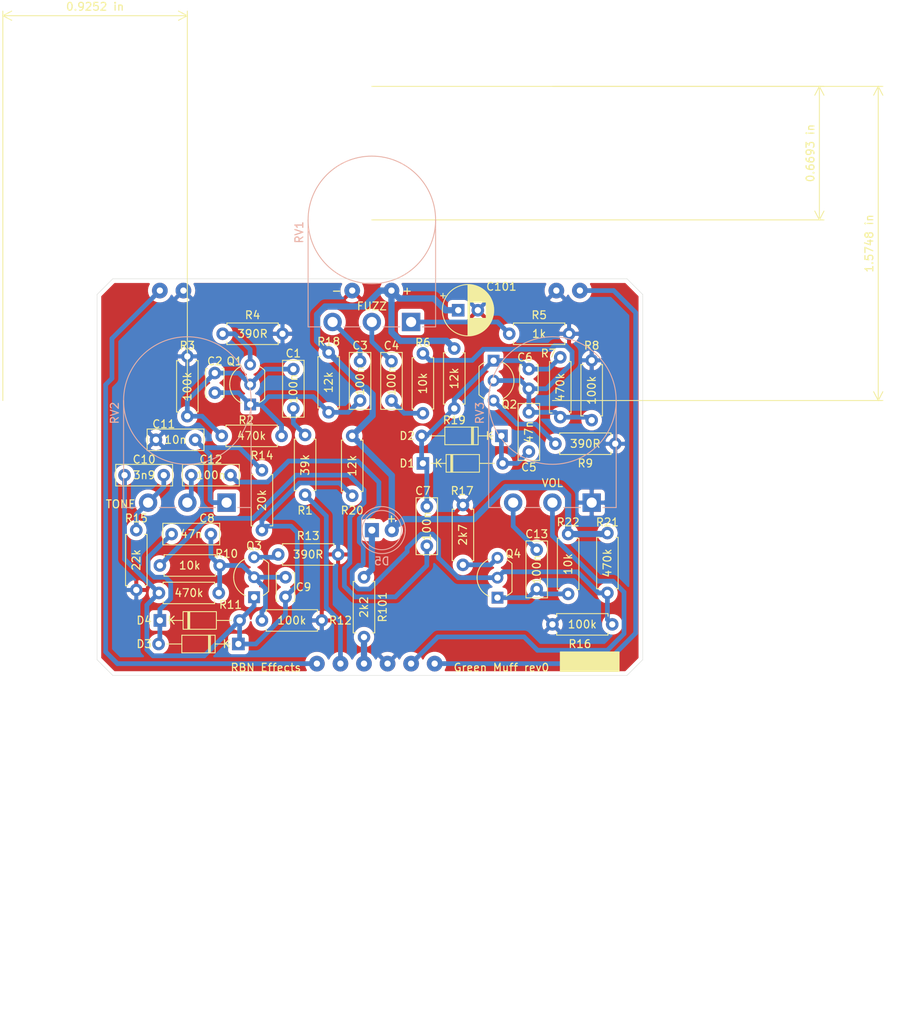
<source format=kicad_pcb>
(kicad_pcb (version 20171130) (host pcbnew "(5.1.5-0-10_14)")
  (layers (0 F.Cu signal hide) (31 B.Cu signal hide) (34 B.Paste user) (35 F.Paste user) (36 B.SilkS user) (37 F.SilkS user) (38 B.Mask user hide) (39 F.Mask user) (44 Edge.Cuts user))
  (net 0 "")
  (net 1 "Net-(C1-Pad2)")
  (net 2 "Net-(C1-Pad1)")
  (net 3 "Net-(C2-Pad2)")
  (net 4 "Net-(C3-Pad2)")
  (net 5 "Net-(C4-Pad2)")
  (net 6 "Net-(C4-Pad1)")
  (net 7 "Net-(C5-Pad2)")
  (net 8 "Net-(C5-Pad1)")
  (net 9 "Net-(C6-Pad2)")
  (net 10 "Net-(C7-Pad2)")
  (net 11 "Net-(C8-Pad2)")
  (net 12 "Net-(C8-Pad1)")
  (net 13 "Net-(C10-Pad1)")
  (net 14 "Net-(C10-Pad2)")
  (net 15 "Net-(C11-Pad2)")
  (net 16 GND)
  (net 17 "Net-(C12-Pad2)")
  (net 18 "Net-(C12-Pad1)")
  (net 19 "Net-(C13-Pad2)")
  (net 20 "Net-(C13-Pad1)")
  (net 21 V+)
  (net 22 "Net-(D5-Pad1)")
  (net 23 IN)
  (net 24 OUT)
  (net 25 OUT_FX)
  (net 26 SW)
  (net 27 IN_FX)
  (net 28 "Net-(Q1-Pad3)")
  (net 29 "Net-(Q2-Pad3)")
  (net 30 "Net-(Q3-Pad3)")
  (net 31 "Net-(Q4-Pad3)")
  (net 32 "Net-(R5-Pad1)")
  (module Potentiometer_THT:Potentiometer_Piher_T-16L_Single_Vertical_Hole_MOD (layer F.Cu) (at 130 89.5 90)
    (fp_text reference RV2 (at 11.415 -14.25 90) (layer B.SilkS))
    (fp_text value B100k)
    (pad 1 thru_hole rect (at 0 0 90) (size 2.34 2.34) (drill 1.3) (layers *.Cu *.Mask) (net 15 "Net-(C11-Pad2)"))
    (pad 2 thru_hole circle (at 0 -5 90) (size 2.34 2.34) (drill 1.3) (layers *.Cu *.Mask) (net 17 "Net-(C12-Pad2)"))
    (pad 3 thru_hole circle (at 0 -10 90) (size 2.34 2.34) (drill 1.3) (layers *.Cu *.Mask) (net 14 "Net-(C10-Pad2)"))
  )
  (module Potentiometer_THT:Potentiometer_Piher_T-16L_Single_Vertical_Hole_MOD (layer F.Cu) (at 176.5 89.5 90)
    (fp_text reference RV3 (at 11.415 -14.25 90) (layer B.SilkS))
    (fp_text value B100k)
    (pad 1 thru_hole rect (at 0 0 90) (size 2.34 2.34) (drill 1.3) (layers *.Cu *.Mask) (net 16 GND))
    (pad 2 thru_hole circle (at 0 -5 90) (size 2.34 2.34) (drill 1.3) (layers *.Cu *.Mask) (net 25 OUT_FX))
    (pad 3 thru_hole circle (at 0 -10 90) (size 2.34 2.34) (drill 1.3) (layers *.Cu *.Mask) (net 20 "Net-(C13-Pad1)"))
  )
  (module Potentiometer_THT:Potentiometer_Piher_T-16L_Single_Vertical_Hole_MOD (layer F.Cu) (at 153.5 66.5 90)
    (fp_text reference RV1 (at 11.415 -14.25 90) (layer B.SilkS))
    (fp_text value B100k)
    (pad 1 thru_hole rect (at 0 0 90) (size 2.34 2.34) (drill 1.3) (layers *.Cu *.Mask) (net 32 "Net-(R5-Pad1)"))
    (pad 2 thru_hole circle (at 0 -5 90) (size 2.34 2.34) (drill 1.3) (layers *.Cu *.Mask) (net 6 "Net-(C4-Pad1)"))
    (pad 3 thru_hole circle (at 0 -10 90) (size 2.34 2.34) (drill 1.3) (layers *.Cu *.Mask) (net 4 "Net-(C3-Pad2)"))
  )
  (module PEDALES:R_0.25W_HZ (layer F.Cu) (at 147.5 99 270)
    (fp_text reference R101 (at 3.81 -2.37 90) (layer F.SilkS))
    (fp_text value 2k2 (at 3.8 0 90) (layer F.SilkS))
    (pad 2 thru_hole oval (at 7.62 0 270) (size 1.6 1.6) (drill 0.8) (layers *.Cu *.Mask) (net 26 SW))
    (pad 1 thru_hole circle (at 0 0 270) (size 1.6 1.6) (drill 0.8) (layers *.Cu *.Mask) (net 22 "Net-(D5-Pad1)"))
  )
  (module PEDALES:R_0.25W_HZ (layer F.Cu) (at 173.5 101.12 90)
    (fp_text reference R22 (at 9.12 0 180) (layer F.SilkS))
    (fp_text value 10k (at 3.8 0 90) (layer F.SilkS))
    (pad 2 thru_hole oval (at 7.62 0 90) (size 1.6 1.6) (drill 0.8) (layers *.Cu *.Mask) (net 21 V+))
    (pad 1 thru_hole circle (at 0 0 90) (size 1.6 1.6) (drill 0.8) (layers *.Cu *.Mask) (net 19 "Net-(C13-Pad2)"))
  )
  (module PEDALES:R_0.25W_HZ (layer F.Cu) (at 178.5 101 90)
    (fp_text reference R21 (at 9 0 180) (layer F.SilkS))
    (fp_text value 470k (at 3.8 0 90) (layer F.SilkS))
    (pad 2 thru_hole oval (at 7.62 0 90) (size 1.6 1.6) (drill 0.8) (layers *.Cu *.Mask) (net 21 V+))
    (pad 1 thru_hole circle (at 0 0 90) (size 1.6 1.6) (drill 0.8) (layers *.Cu *.Mask) (net 18 "Net-(C12-Pad1)"))
  )
  (module PEDALES:R_0.25W_HZ (layer F.Cu) (at 146 81 270)
    (fp_text reference R20 (at 9.5 0 180) (layer F.SilkS))
    (fp_text value 12k (at 3.8 0 90) (layer F.SilkS))
    (pad 2 thru_hole oval (at 7.62 0 270) (size 1.6 1.6) (drill 0.8) (layers *.Cu *.Mask) (net 13 "Net-(C10-Pad1)"))
    (pad 1 thru_hole circle (at 0 0 270) (size 1.6 1.6) (drill 0.8) (layers *.Cu *.Mask) (net 21 V+))
  )
  (module PEDALES:R_0.25W_HZ (layer F.Cu) (at 159 69.88 270)
    (fp_text reference R19 (at 9.12 0 180) (layer F.SilkS))
    (fp_text value 12k (at 3.8 0 90) (layer F.SilkS))
    (pad 2 thru_hole oval (at 7.62 0 270) (size 1.6 1.6) (drill 0.8) (layers *.Cu *.Mask) (net 9 "Net-(C6-Pad2)"))
    (pad 1 thru_hole circle (at 0 0 270) (size 1.6 1.6) (drill 0.8) (layers *.Cu *.Mask) (net 21 V+))
  )
  (module PEDALES:R_0.25W_HZ (layer F.Cu) (at 143 70.38 270)
    (fp_text reference R18 (at -1.38 0 180) (layer F.SilkS))
    (fp_text value 12k (at 3.8 0 90) (layer F.SilkS))
    (pad 2 thru_hole oval (at 7.62 0 270) (size 1.6 1.6) (drill 0.8) (layers *.Cu *.Mask) (net 3 "Net-(C2-Pad2)"))
    (pad 1 thru_hole circle (at 0 0 270) (size 1.6 1.6) (drill 0.8) (layers *.Cu *.Mask) (net 21 V+))
  )
  (module PEDALES:R_0.25W_HZ (layer F.Cu) (at 160.1 89.8 270)
    (fp_text reference R17 (at -1.8 0.1 180) (layer F.SilkS))
    (fp_text value 2k7 (at 3.8 0 90) (layer F.SilkS))
    (pad 2 thru_hole oval (at 7.62 0 270) (size 1.6 1.6) (drill 0.8) (layers *.Cu *.Mask) (net 31 "Net-(Q4-Pad3)"))
    (pad 1 thru_hole circle (at 0 0 270) (size 1.6 1.6) (drill 0.8) (layers *.Cu *.Mask) (net 16 GND))
  )
  (module PEDALES:R_0.25W_HZ (layer F.Cu) (at 171.5 105)
    (fp_text reference R16 (at 3.5 2.5) (layer F.SilkS))
    (fp_text value 100k (at 3.8 0) (layer F.SilkS))
    (pad 2 thru_hole oval (at 7.62 0) (size 1.6 1.6) (drill 0.8) (layers *.Cu *.Mask) (net 18 "Net-(C12-Pad1)"))
    (pad 1 thru_hole circle (at 0 0) (size 1.6 1.6) (drill 0.8) (layers *.Cu *.Mask) (net 16 GND))
  )
  (module PEDALES:R_0.25W_HZ (layer F.Cu) (at 118.5 93 270)
    (fp_text reference R15 (at -1.5 0 180) (layer F.SilkS))
    (fp_text value 22k (at 3.8 0 90) (layer F.SilkS))
    (pad 2 thru_hole oval (at 7.62 0 270) (size 1.6 1.6) (drill 0.8) (layers *.Cu *.Mask) (net 16 GND))
    (pad 1 thru_hole circle (at 0 0 270) (size 1.6 1.6) (drill 0.8) (layers *.Cu *.Mask) (net 14 "Net-(C10-Pad2)"))
  )
  (module PEDALES:R_0.25W_HZ (layer F.Cu) (at 134.5 93 90)
    (fp_text reference R14 (at 9.5 0 180) (layer F.SilkS))
    (fp_text value 20k (at 3.8 0 90) (layer F.SilkS))
    (pad 2 thru_hole oval (at 7.62 0 90) (size 1.6 1.6) (drill 0.8) (layers *.Cu *.Mask) (net 15 "Net-(C11-Pad2)"))
    (pad 1 thru_hole circle (at 0 0 90) (size 1.6 1.6) (drill 0.8) (layers *.Cu *.Mask) (net 13 "Net-(C10-Pad1)"))
  )
  (module PEDALES:R_0.25W_HZ (layer F.Cu) (at 136.58 96.1)
    (fp_text reference R13 (at 3.81 -2.37) (layer F.SilkS))
    (fp_text value 390R (at 3.8 0) (layer F.SilkS))
    (pad 2 thru_hole oval (at 7.62 0) (size 1.6 1.6) (drill 0.8) (layers *.Cu *.Mask) (net 16 GND))
    (pad 1 thru_hole circle (at 0 0) (size 1.6 1.6) (drill 0.8) (layers *.Cu *.Mask) (net 30 "Net-(Q3-Pad3)"))
  )
  (module PEDALES:R_0.25W_HZ (layer F.Cu) (at 134.5 104.5)
    (fp_text reference R12 (at 10 0) (layer F.SilkS))
    (fp_text value 100k (at 3.8 0) (layer F.SilkS))
    (pad 2 thru_hole oval (at 7.62 0) (size 1.6 1.6) (drill 0.8) (layers *.Cu *.Mask) (net 16 GND))
    (pad 1 thru_hole circle (at 0 0) (size 1.6 1.6) (drill 0.8) (layers *.Cu *.Mask) (net 12 "Net-(C8-Pad1)"))
  )
  (module PEDALES:R_0.25W_HZ (layer F.Cu) (at 129 101 180)
    (fp_text reference R11 (at -1.5 -1.5) (layer F.SilkS))
    (fp_text value 470k (at 3.8 0) (layer F.SilkS))
    (pad 2 thru_hole oval (at 7.62 0 180) (size 1.6 1.6) (drill 0.8) (layers *.Cu *.Mask) (net 13 "Net-(C10-Pad1)"))
    (pad 1 thru_hole circle (at 0 0 180) (size 1.6 1.6) (drill 0.8) (layers *.Cu *.Mask) (net 12 "Net-(C8-Pad1)"))
  )
  (module PEDALES:R_0.25W_HZ (layer F.Cu) (at 121.5 97.5)
    (fp_text reference R10 (at 8.5 -1.5 180) (layer F.SilkS))
    (fp_text value 10k (at 3.8 0) (layer F.SilkS))
    (pad 2 thru_hole oval (at 7.62 0) (size 1.6 1.6) (drill 0.8) (layers *.Cu *.Mask) (net 12 "Net-(C8-Pad1)"))
    (pad 1 thru_hole circle (at 0 0) (size 1.6 1.6) (drill 0.8) (layers *.Cu *.Mask) (net 10 "Net-(C7-Pad2)"))
  )
  (module PEDALES:R_0.25W_HZ (layer F.Cu) (at 171.88 82)
    (fp_text reference R9 (at 3.81 2.5) (layer F.SilkS))
    (fp_text value 390R (at 3.8 0) (layer F.SilkS))
    (pad 2 thru_hole oval (at 7.62 0) (size 1.6 1.6) (drill 0.8) (layers *.Cu *.Mask) (net 16 GND))
    (pad 1 thru_hole circle (at 0 0) (size 1.6 1.6) (drill 0.8) (layers *.Cu *.Mask) (net 29 "Net-(Q2-Pad3)"))
  )
  (module PEDALES:R_0.25W_HZ (layer F.Cu) (at 176.5 79 90)
    (fp_text reference R8 (at 9.5 0 180) (layer F.SilkS))
    (fp_text value 100k (at 3.8 0 90) (layer F.SilkS))
    (pad 2 thru_hole oval (at 7.62 0 90) (size 1.6 1.6) (drill 0.8) (layers *.Cu *.Mask) (net 16 GND))
    (pad 1 thru_hole circle (at 0 0 90) (size 1.6 1.6) (drill 0.8) (layers *.Cu *.Mask) (net 8 "Net-(C5-Pad1)"))
  )
  (module PEDALES:R_0.25W_HZ (layer F.Cu) (at 172.5 78.62 90)
    (fp_text reference R7 (at 8.12 -1.5 180) (layer F.SilkS))
    (fp_text value 470k (at 3.8 0 90) (layer F.SilkS))
    (pad 2 thru_hole oval (at 7.62 0 90) (size 1.6 1.6) (drill 0.8) (layers *.Cu *.Mask) (net 9 "Net-(C6-Pad2)"))
    (pad 1 thru_hole circle (at 0 0 90) (size 1.6 1.6) (drill 0.8) (layers *.Cu *.Mask) (net 8 "Net-(C5-Pad1)"))
  )
  (module PEDALES:R_0.25W_HZ (layer F.Cu) (at 155 78.12 90)
    (fp_text reference R6 (at 9 0 180) (layer F.SilkS))
    (fp_text value 10k (at 3.8 0 90) (layer F.SilkS))
    (pad 2 thru_hole oval (at 7.62 0 90) (size 1.6 1.6) (drill 0.8) (layers *.Cu *.Mask) (net 8 "Net-(C5-Pad1)"))
    (pad 1 thru_hole circle (at 0 0 90) (size 1.6 1.6) (drill 0.8) (layers *.Cu *.Mask) (net 5 "Net-(C4-Pad2)"))
  )
  (module PEDALES:R_0.25W_HZ (layer F.Cu) (at 166 68)
    (fp_text reference R5 (at 3.81 -2.37) (layer F.SilkS))
    (fp_text value 1k (at 3.8 0) (layer F.SilkS))
    (pad 2 thru_hole oval (at 7.62 0) (size 1.6 1.6) (drill 0.8) (layers *.Cu *.Mask) (net 16 GND))
    (pad 1 thru_hole circle (at 0 0) (size 1.6 1.6) (drill 0.8) (layers *.Cu *.Mask) (net 32 "Net-(R5-Pad1)"))
  )
  (module PEDALES:R_0.25W_HZ (layer F.Cu) (at 129.5 68)
    (fp_text reference R4 (at 3.81 -2.37) (layer F.SilkS))
    (fp_text value 390R (at 3.8 0) (layer F.SilkS))
    (pad 2 thru_hole oval (at 7.62 0) (size 1.6 1.6) (drill 0.8) (layers *.Cu *.Mask) (net 16 GND))
    (pad 1 thru_hole circle (at 0 0) (size 1.6 1.6) (drill 0.8) (layers *.Cu *.Mask) (net 28 "Net-(Q1-Pad3)"))
  )
  (module PEDALES:R_0.25W_HZ (layer F.Cu) (at 125 78.5 90)
    (fp_text reference R3 (at 9 0 180) (layer F.SilkS))
    (fp_text value 100k (at 3.8 0 90) (layer F.SilkS))
    (pad 2 thru_hole oval (at 7.62 0 90) (size 1.6 1.6) (drill 0.8) (layers *.Cu *.Mask) (net 16 GND))
    (pad 1 thru_hole circle (at 0 0 90) (size 1.6 1.6) (drill 0.8) (layers *.Cu *.Mask) (net 1 "Net-(C1-Pad2)"))
  )
  (module PEDALES:R_0.25W_HZ (layer F.Cu) (at 129.38 81)
    (fp_text reference R2 (at 3.12 -2) (layer F.SilkS))
    (fp_text value 470k (at 3.8 0) (layer F.SilkS))
    (pad 2 thru_hole oval (at 7.62 0) (size 1.6 1.6) (drill 0.8) (layers *.Cu *.Mask) (net 3 "Net-(C2-Pad2)"))
    (pad 1 thru_hole circle (at 0 0) (size 1.6 1.6) (drill 0.8) (layers *.Cu *.Mask) (net 1 "Net-(C1-Pad2)"))
  )
  (module PEDALES:R_0.25W_HZ (layer F.Cu) (at 140 88.5 90)
    (fp_text reference R1 (at -2 0 180) (layer F.SilkS))
    (fp_text value 39k (at 3.8 0 90) (layer F.SilkS))
    (pad 2 thru_hole oval (at 7.62 0 90) (size 1.6 1.6) (drill 0.8) (layers *.Cu *.Mask) (net 2 "Net-(C1-Pad1)"))
    (pad 1 thru_hole circle (at 0 0 90) (size 1.6 1.6) (drill 0.8) (layers *.Cu *.Mask) (net 27 IN_FX))
  )
  (module Package_TO_SOT_THT:TO-92_Inline_Wide (layer F.Cu) (at 164.5 101.6 90)
    (fp_text reference Q4 (at 5.6 2 180) (layer F.SilkS))
    (fp_text value BC549C)
    (pad 1 thru_hole rect (at 0 0 180) (size 1.5 1.5) (drill 0.8) (layers *.Cu *.Mask) (net 19 "Net-(C13-Pad2)"))
    (pad 3 thru_hole circle (at 5.08 0 180) (size 1.5 1.5) (drill 0.8) (layers *.Cu *.Mask) (net 31 "Net-(Q4-Pad3)"))
    (pad 2 thru_hole circle (at 2.54 0 180) (size 1.5 1.5) (drill 0.8) (layers *.Cu *.Mask) (net 18 "Net-(C12-Pad1)"))
  )
  (module Package_TO_SOT_THT:TO-92_Inline_Wide (layer F.Cu) (at 133.5 101.54 90)
    (fp_text reference Q3 (at 6.54 0 180) (layer F.SilkS))
    (fp_text value BC549C)
    (pad 1 thru_hole rect (at 0 0 180) (size 1.5 1.5) (drill 0.8) (layers *.Cu *.Mask) (net 13 "Net-(C10-Pad1)"))
    (pad 3 thru_hole circle (at 5.08 0 180) (size 1.5 1.5) (drill 0.8) (layers *.Cu *.Mask) (net 30 "Net-(Q3-Pad3)"))
    (pad 2 thru_hole circle (at 2.54 0 180) (size 1.5 1.5) (drill 0.8) (layers *.Cu *.Mask) (net 12 "Net-(C8-Pad1)"))
  )
  (module Package_TO_SOT_THT:TO-92_Inline_Wide (layer F.Cu) (at 164 71.42 270)
    (fp_text reference Q2 (at 5.58 -2 180) (layer F.SilkS))
    (fp_text value BC549C)
    (pad 1 thru_hole rect (at 0 0) (size 1.5 1.5) (drill 0.8) (layers *.Cu *.Mask) (net 9 "Net-(C6-Pad2)"))
    (pad 3 thru_hole circle (at 5.08 0) (size 1.5 1.5) (drill 0.8) (layers *.Cu *.Mask) (net 29 "Net-(Q2-Pad3)"))
    (pad 2 thru_hole circle (at 2.54 0) (size 1.5 1.5) (drill 0.8) (layers *.Cu *.Mask) (net 8 "Net-(C5-Pad1)"))
  )
  (module Package_TO_SOT_THT:TO-92_Inline_Wide (layer F.Cu) (at 133 77 90)
    (fp_text reference Q1 (at 5.5 -2 180) (layer F.SilkS))
    (fp_text value BC549C)
    (pad 1 thru_hole rect (at 0 0 180) (size 1.5 1.5) (drill 0.8) (layers *.Cu *.Mask) (net 3 "Net-(C2-Pad2)"))
    (pad 3 thru_hole circle (at 5.08 0 180) (size 1.5 1.5) (drill 0.8) (layers *.Cu *.Mask) (net 28 "Net-(Q1-Pad3)"))
    (pad 2 thru_hole circle (at 2.54 0 180) (size 1.5 1.5) (drill 0.8) (layers *.Cu *.Mask) (net 1 "Net-(C1-Pad2)"))
  )
  (module Connector_Wire:SolderWirePad_1x01_Drill0.8mm (layer F.Cu) (at 144.5 110)
    (fp_text reference H15)
    (fp_text value "IN FX")
    (pad 1 thru_hole circle (at 0 0) (size 1.99898 1.99898) (drill 0.8001) (layers *.Cu *.Mask) (net 27 IN_FX))
  )
  (module Connector_Wire:SolderWirePad_1x01_Drill0.8mm (layer F.Cu) (at 147.5 110)
    (fp_text reference H14)
    (fp_text value SW)
    (pad 1 thru_hole circle (at 0 0) (size 1.99898 1.99898) (drill 0.8001) (layers *.Cu *.Mask) (net 26 SW))
  )
  (module Connector_Wire:SolderWirePad_1x01_Drill0.8mm (layer F.Cu) (at 153.5 110)
    (fp_text reference H11)
    (fp_text value "OUT FX")
    (pad 1 thru_hole circle (at 0 0) (size 1.99898 1.99898) (drill 0.8001) (layers *.Cu *.Mask) (net 25 OUT_FX))
  )
  (module Connector_Wire:SolderWirePad_1x01_Drill0.8mm (layer F.Cu) (at 172 62.5)
    (fp_text reference H10)
    (fp_text value GND)
    (pad 1 thru_hole circle (at 0 0) (size 1.99898 1.99898) (drill 0.8001) (layers *.Cu *.Mask) (net 16 GND))
  )
  (module Connector_Wire:SolderWirePad_1x01_Drill0.8mm (layer F.Cu) (at 175 62.5)
    (fp_text reference H9)
    (fp_text value OUT)
    (pad 1 thru_hole circle (at 0 0) (size 1.99898 1.99898) (drill 0.8001) (layers *.Cu *.Mask) (net 24 OUT))
  )
  (module Connector_Wire:SolderWirePad_1x01_Drill0.8mm (layer F.Cu) (at 124.5 62.5)
    (fp_text reference H8)
    (fp_text value GND)
    (pad 1 thru_hole circle (at 0 0) (size 1.99898 1.99898) (drill 0.8001) (layers *.Cu *.Mask) (net 16 GND))
  )
  (module Connector_Wire:SolderWirePad_1x01_Drill0.8mm (layer F.Cu) (at 146 62.5)
    (fp_text reference H7)
    (fp_text value GND)
    (pad 1 thru_hole circle (at 0 0) (size 1.99898 1.99898) (drill 0.8001) (layers *.Cu *.Mask) (net 16 GND))
  )
  (module Connector_Wire:SolderWirePad_1x01_Drill0.8mm (layer F.Cu) (at 150.5 110)
    (fp_text reference H6)
    (fp_text value GND)
    (pad 1 thru_hole circle (at 0 0) (size 1.99898 1.99898) (drill 0.8001) (layers *.Cu *.Mask) (net 16 GND))
  )
  (module Connector_Wire:SolderWirePad_1x01_Drill0.8mm (layer F.Cu) (at 151 62.5)
    (fp_text reference H5)
    (fp_text value 9V)
    (pad 1 thru_hole circle (at 0 0) (size 1.99898 1.99898) (drill 0.8001) (layers *.Cu *.Mask) (net 21 V+))
  )
  (module Connector_Wire:SolderWirePad_1x01_Drill0.8mm (layer F.Cu) (at 156.5 110)
    (fp_text reference H4)
    (fp_text value OUT)
    (pad 1 thru_hole circle (at 0 0) (size 1.99898 1.99898) (drill 0.8001) (layers *.Cu *.Mask) (net 24 OUT))
  )
  (module Connector_Wire:SolderWirePad_1x01_Drill0.8mm (layer F.Cu) (at 121.5 62.5)
    (fp_text reference H3)
    (fp_text value IN)
    (pad 1 thru_hole circle (at 0 0) (size 1.99898 1.99898) (drill 0.8001) (layers *.Cu *.Mask) (net 23 IN))
  )
  (module Connector_Wire:SolderWirePad_1x01_Drill0.8mm (layer F.Cu) (at 141.5 110)
    (fp_text reference H2)
    (fp_text value IN)
    (pad 1 thru_hole circle (at 0 0) (size 1.99898 1.99898) (drill 0.8001) (layers *.Cu *.Mask) (net 23 IN))
  )
  (module LED_THT:LED_D5.0mm (layer B.Cu) (at 148.5 93)
    (fp_text reference D5 (at 1.27 3.96) (layer B.SilkS) (effects (justify mirror)))
    (fp_text value LED)
    (pad 2 thru_hole circle (at 2.54 0) (size 1.8 1.8) (drill 0.9) (layers *.Cu *.Mask) (net 21 V+))
    (pad 1 thru_hole rect (at 0 0) (size 1.8 1.8) (drill 0.9) (layers *.Cu *.Mask) (net 22 "Net-(D5-Pad1)"))
  )
  (module Diode_THT:D_DO-35_SOD27_P10.16mm_Horizontal (layer F.Cu) (at 121.5 104.5)
    (fp_text reference D4 (at -2 0) (layer F.SilkS))
    (fp_text value 1N914)
    (fp_text user K (at 1.5 0) (layer F.SilkS))
    (pad 2 thru_hole oval (at 10.16 0) (size 1.6 1.6) (drill 0.8) (layers *.Cu *.Mask) (net 13 "Net-(C10-Pad1)"))
    (pad 1 thru_hole rect (at 0 0) (size 1.6 1.6) (drill 0.8) (layers *.Cu *.Mask) (net 11 "Net-(C8-Pad2)"))
  )
  (module Diode_THT:D_DO-35_SOD27_P10.16mm_Horizontal (layer F.Cu) (at 131.5 107.5 180)
    (fp_text reference D3 (at 12 0) (layer F.SilkS))
    (fp_text value 1N914)
    (fp_text user K (at 1.5 0) (layer F.SilkS))
    (pad 2 thru_hole oval (at 10.16 0 180) (size 1.6 1.6) (drill 0.8) (layers *.Cu *.Mask) (net 11 "Net-(C8-Pad2)"))
    (pad 1 thru_hole rect (at 0 0 180) (size 1.6 1.6) (drill 0.8) (layers *.Cu *.Mask) (net 13 "Net-(C10-Pad1)"))
  )
  (module Diode_THT:D_DO-35_SOD27_P10.16mm_Horizontal (layer F.Cu) (at 165 81 180)
    (fp_text reference D2 (at 12 0) (layer F.SilkS))
    (fp_text value 1N914)
    (fp_text user K (at 1.5 0) (layer F.SilkS))
    (pad 2 thru_hole oval (at 10.16 0 180) (size 1.6 1.6) (drill 0.8) (layers *.Cu *.Mask) (net 9 "Net-(C6-Pad2)"))
    (pad 1 thru_hole rect (at 0 0 180) (size 1.6 1.6) (drill 0.8) (layers *.Cu *.Mask) (net 7 "Net-(C5-Pad2)"))
  )
  (module Diode_THT:D_DO-35_SOD27_P10.16mm_Horizontal (layer F.Cu) (at 155 84.5)
    (fp_text reference D1 (at -2 0) (layer F.SilkS))
    (fp_text value 1N914)
    (fp_text user K (at 2 0) (layer F.SilkS))
    (pad 2 thru_hole oval (at 10.16 0) (size 1.6 1.6) (drill 0.8) (layers *.Cu *.Mask) (net 7 "Net-(C5-Pad2)"))
    (pad 1 thru_hole rect (at 0 0) (size 1.6 1.6) (drill 0.8) (layers *.Cu *.Mask) (net 9 "Net-(C6-Pad2)"))
  )
  (module Capacitor_THT:CP_Radial_D6.3mm_P2.50mm (layer F.Cu) (at 159.5 65)
    (fp_text reference C101 (at 5.5 -3) (layer F.SilkS))
    (fp_text value 22u)
    (pad 2 thru_hole circle (at 2.5 0) (size 1.6 1.6) (drill 0.8) (layers *.Cu *.Mask) (net 16 GND))
    (pad 1 thru_hole rect (at 0 0) (size 1.6 1.6) (drill 0.8) (layers *.Cu *.Mask) (net 21 V+))
  )
  (module PEDALES:Cap_POLY_SMALL (layer F.Cu) (at 169.5 95.5 270)
    (fp_text reference C13 (at -2 0 180) (layer F.SilkS))
    (fp_text value 100n (at 2.5 0 90) (layer F.SilkS))
    (pad 2 thru_hole circle (at 5 0 270) (size 1.6 1.6) (drill 0.8) (layers *.Cu *.Mask) (net 19 "Net-(C13-Pad2)"))
    (pad 1 thru_hole circle (at 0 0 270) (size 1.6 1.6) (drill 0.8) (layers *.Cu *.Mask) (net 20 "Net-(C13-Pad1)"))
  )
  (module PEDALES:Cap_POLY_SMALL (layer F.Cu) (at 130.5 86 180)
    (fp_text reference C12 (at 2.5 2) (layer F.SilkS))
    (fp_text value 100n (at 2.5 0) (layer F.SilkS))
    (pad 2 thru_hole circle (at 5 0 180) (size 1.6 1.6) (drill 0.8) (layers *.Cu *.Mask) (net 17 "Net-(C12-Pad2)"))
    (pad 1 thru_hole circle (at 0 0 180) (size 1.6 1.6) (drill 0.8) (layers *.Cu *.Mask) (net 18 "Net-(C12-Pad1)"))
  )
  (module PEDALES:Cap_POLY_SMALL (layer F.Cu) (at 121 81.5)
    (fp_text reference C11 (at 1 -2) (layer F.SilkS))
    (fp_text value 10n (at 2.5 0) (layer F.SilkS))
    (pad 2 thru_hole circle (at 5 0) (size 1.6 1.6) (drill 0.8) (layers *.Cu *.Mask) (net 15 "Net-(C11-Pad2)"))
    (pad 1 thru_hole circle (at 0 0) (size 1.6 1.6) (drill 0.8) (layers *.Cu *.Mask) (net 16 GND))
  )
  (module PEDALES:Cap_POLY_SMALL (layer F.Cu) (at 117 86)
    (fp_text reference C10 (at 2.5 -2) (layer F.SilkS))
    (fp_text value 3n9 (at 2.5 0) (layer F.SilkS))
    (pad 2 thru_hole circle (at 5 0) (size 1.6 1.6) (drill 0.8) (layers *.Cu *.Mask) (net 14 "Net-(C10-Pad2)"))
    (pad 1 thru_hole circle (at 0 0) (size 1.6 1.6) (drill 0.8) (layers *.Cu *.Mask) (net 13 "Net-(C10-Pad1)"))
  )
  (module Capacitor_THT:C_Disc_D3.4mm_W2.1mm_P2.50mm (layer F.Cu) (at 137.5 99 270)
    (fp_text reference C9 (at 1.25 -2.3 180) (layer F.SilkS))
    (fp_text value 470p)
    (pad 2 thru_hole circle (at 2.5 0 270) (size 1.6 1.6) (drill 0.8) (layers *.Cu *.Mask) (net 13 "Net-(C10-Pad1)"))
    (pad 1 thru_hole circle (at 0 0 270) (size 1.6 1.6) (drill 0.8) (layers *.Cu *.Mask) (net 12 "Net-(C8-Pad1)"))
  )
  (module PEDALES:Cap_POLY_SMALL (layer F.Cu) (at 128 93.5 180)
    (fp_text reference C8 (at 0.5 2) (layer F.SilkS))
    (fp_text value 47n (at 2.5 0) (layer F.SilkS))
    (pad 2 thru_hole circle (at 5 0 180) (size 1.6 1.6) (drill 0.8) (layers *.Cu *.Mask) (net 11 "Net-(C8-Pad2)"))
    (pad 1 thru_hole circle (at 0 0 180) (size 1.6 1.6) (drill 0.8) (layers *.Cu *.Mask) (net 12 "Net-(C8-Pad1)"))
  )
  (module PEDALES:Cap_POLY_SMALL (layer F.Cu) (at 155.5 90 270)
    (fp_text reference C7 (at -2 0.5 180) (layer F.SilkS))
    (fp_text value 100n (at 2.5 0 90) (layer F.SilkS))
    (pad 2 thru_hole circle (at 5 0 270) (size 1.6 1.6) (drill 0.8) (layers *.Cu *.Mask) (net 10 "Net-(C7-Pad2)"))
    (pad 1 thru_hole circle (at 0 0 270) (size 1.6 1.6) (drill 0.8) (layers *.Cu *.Mask) (net 9 "Net-(C6-Pad2)"))
  )
  (module Capacitor_THT:C_Disc_D3.4mm_W2.1mm_P2.50mm (layer F.Cu) (at 168.5 75 90)
    (fp_text reference C6 (at 4 -0.5 180) (layer F.SilkS))
    (fp_text value 470p)
    (pad 2 thru_hole circle (at 2.5 0 90) (size 1.6 1.6) (drill 0.8) (layers *.Cu *.Mask) (net 9 "Net-(C6-Pad2)"))
    (pad 1 thru_hole circle (at 0 0 90) (size 1.6 1.6) (drill 0.8) (layers *.Cu *.Mask) (net 8 "Net-(C5-Pad1)"))
  )
  (module PEDALES:Cap_POLY_SMALL (layer F.Cu) (at 168.5 78 270)
    (fp_text reference C5 (at 7 0 180) (layer F.SilkS))
    (fp_text value 47n (at 2.5 0 90) (layer F.SilkS))
    (pad 2 thru_hole circle (at 5 0 270) (size 1.6 1.6) (drill 0.8) (layers *.Cu *.Mask) (net 7 "Net-(C5-Pad2)"))
    (pad 1 thru_hole circle (at 0 0 270) (size 1.6 1.6) (drill 0.8) (layers *.Cu *.Mask) (net 8 "Net-(C5-Pad1)"))
  )
  (module PEDALES:Cap_POLY_SMALL (layer F.Cu) (at 151 71.5 270)
    (fp_text reference C4 (at -2 0 180) (layer F.SilkS))
    (fp_text value 100n (at 2.5 0 90) (layer F.SilkS))
    (pad 2 thru_hole circle (at 5 0 270) (size 1.6 1.6) (drill 0.8) (layers *.Cu *.Mask) (net 5 "Net-(C4-Pad2)"))
    (pad 1 thru_hole circle (at 0 0 270) (size 1.6 1.6) (drill 0.8) (layers *.Cu *.Mask) (net 6 "Net-(C4-Pad1)"))
  )
  (module PEDALES:Cap_POLY_SMALL (layer F.Cu) (at 147 76.5 90)
    (fp_text reference C3 (at 7 0 180) (layer F.SilkS))
    (fp_text value 100n (at 2.5 0 90) (layer F.SilkS))
    (pad 2 thru_hole circle (at 5 0 90) (size 1.6 1.6) (drill 0.8) (layers *.Cu *.Mask) (net 4 "Net-(C3-Pad2)"))
    (pad 1 thru_hole circle (at 0 0 90) (size 1.6 1.6) (drill 0.8) (layers *.Cu *.Mask) (net 3 "Net-(C2-Pad2)"))
  )
  (module Capacitor_THT:C_Disc_D3.4mm_W2.1mm_P2.50mm (layer F.Cu) (at 128.5 73 270)
    (fp_text reference C2 (at -1.5 0 180) (layer F.SilkS))
    (fp_text value 470p)
    (pad 2 thru_hole circle (at 2.5 0 270) (size 1.6 1.6) (drill 0.8) (layers *.Cu *.Mask) (net 3 "Net-(C2-Pad2)"))
    (pad 1 thru_hole circle (at 0 0 270) (size 1.6 1.6) (drill 0.8) (layers *.Cu *.Mask) (net 1 "Net-(C1-Pad2)"))
  )
  (module PEDALES:Cap_POLY_SMALL (layer F.Cu) (at 138.5 77.5 90)
    (fp_text reference C1 (at 7 0 180) (layer F.SilkS))
    (fp_text value 100n (at 2.5 0 90) (layer F.SilkS))
    (pad 2 thru_hole circle (at 5 0 90) (size 1.6 1.6) (drill 0.8) (layers *.Cu *.Mask) (net 1 "Net-(C1-Pad2)"))
    (pad 1 thru_hole circle (at 0 0 90) (size 1.6 1.6) (drill 0.8) (layers *.Cu *.Mask) (net 2 "Net-(C1-Pad1)"))
  )
  (dimension 23.5 (width 0.12) (layer F.SilkS) (gr_text "23.500 mm" (at 113.25 26.23) (layer F.SilkS) (effects (font (size 1 1) (thickness 0.15)))) (feature1 (pts (xy 101.5 76.5) (xy 101.5 26.913579))) (feature2 (pts (xy 125 76.5) (xy 125 26.913579))) (crossbar (pts (xy 125 27.5) (xy 101.5 27.5))) (arrow1a (pts (xy 101.5 27.5) (xy 102.626504 26.913579))) (arrow1b (pts (xy 101.5 27.5) (xy 102.626504 28.086421))) (arrow2a (pts (xy 125 27.5) (xy 123.873496 26.913579))) (arrow2b (pts (xy 125 27.5) (xy 123.873496 28.086421))))
  (dimension 40 (width 0.12) (layer F.SilkS) (gr_text "40.000 mm" (at 214.27 56.5 90) (layer F.SilkS) (effects (font (size 1 1) (thickness 0.15)))) (feature1 (pts (xy 171.5 36.5) (xy 213.586421 36.5))) (feature2 (pts (xy 171.5 76.5) (xy 213.586421 76.5))) (crossbar (pts (xy 213 76.5) (xy 213 36.5))) (arrow1a (pts (xy 213 36.5) (xy 213.586421 37.626504))) (arrow1b (pts (xy 213 36.5) (xy 212.413579 37.626504))) (arrow2a (pts (xy 213 76.5) (xy 213.586421 75.373496))) (arrow2b (pts (xy 213 76.5) (xy 212.413579 75.373496))))
  (dimension 17 (width 0.12) (layer F.SilkS) (gr_text "17.000 mm" (at 206.77 45 90) (layer F.SilkS) (effects (font (size 1 1) (thickness 0.15)))) (feature1 (pts (xy 148.5 36.5) (xy 206.086421 36.5))) (feature2 (pts (xy 148.5 53.5) (xy 206.086421 53.5))) (crossbar (pts (xy 205.5 53.5) (xy 205.5 36.5))) (arrow1a (pts (xy 205.5 36.5) (xy 206.086421 37.626504))) (arrow1b (pts (xy 205.5 36.5) (xy 204.913579 37.626504))) (arrow2a (pts (xy 205.5 53.5) (xy 206.086421 52.373496))) (arrow2b (pts (xy 205.5 53.5) (xy 204.913579 52.373496))))
  (gr_text "FUZZ\n" (at 148.5 64.5) (layer F.SilkS) (effects (font (size 1 1))))
  (gr_text "TONE\n\n" (at 116.5 90.5) (layer F.SilkS) (effects (font (size 1 1))))
  (gr_text "VOL\n" (at 171.5 87) (layer F.SilkS) (effects (font (size 1 1))))
  (gr_poly (pts (xy 180 111) (xy 172.5 111) (xy 172.5 108.5) (xy 180 108.5)) (layer F.SilkS) (width 0.1))
  (gr_text "Green Muff rev0" (at 165 110.5) (layer F.SilkS) (effects (font (size 1 1))))
  (gr_text "RBN Effects" (at 135 110.5) (layer F.SilkS) (effects (font (size 1 1))))
  (gr_text - (at 148.5 91.5) (layer F.SilkS) (effects (font (size 1 1))))
  (gr_text "+\n" (at 151 91.5) (layer F.SilkS) (effects (font (size 1 1))))
  (gr_text "-\n" (at 144 62.5) (layer F.SilkS) (effects (font (size 1 1))))
  (gr_text "+\n" (at 153 62.5) (layer F.SilkS) (effects (font (size 1 1))))
  (gr_line (start 181 111.5) (end 183 109.5) (layer Edge.Cuts) (width 0.05))
  (gr_line (start 181 61) (end 183 63) (layer Edge.Cuts) (width 0.05))
  (gr_line (start 113.5 63) (end 115.5 61) (layer Edge.Cuts) (width 0.05))
  (gr_line (start 113.5 109.5) (end 115.5 111.5) (layer Edge.Cuts) (width 0.05))
  (gr_line (start 113.5 109.5) (end 113.5 63) (layer Edge.Cuts) (width 0.05))
  (gr_line (start 181 111.5) (end 115.5 111.5) (layer Edge.Cuts) (width 0.05))
  (gr_line (start 183 63) (end 183 109.5) (layer Edge.Cuts) (width 0.05))
  (gr_line (start 115.5 61) (end 181 61) (layer Edge.Cuts) (width 0.05))
  (segment (start 131.54 73) (end 133 74.46) (width 0.6) (layer B.Cu) (net 1))
  (segment (start 128.5 73) (end 131.54 73) (width 0.6) (layer B.Cu) (net 1))
  (segment (start 134.96 72.5) (end 138.5 72.5) (width 0.6) (layer B.Cu) (net 1))
  (segment (start 133 74.46) (end 134.96 72.5) (width 0.6) (layer B.Cu) (net 1))
  (segment (start 125 76.5) (end 125 78.5) (width 0.6) (layer B.Cu) (net 1))
  (segment (start 128.5 73) (end 125 76.5) (width 0.6) (layer B.Cu) (net 1))
  (segment (start 126.88 78.5) (end 125 78.5) (width 0.6) (layer B.Cu) (net 1))
  (segment (start 129.38 81) (end 126.88 78.5) (width 0.6) (layer B.Cu) (net 1))
  (segment (start 138.5 79.38) (end 140 80.88) (width 0.6) (layer B.Cu) (net 2))
  (segment (start 138.5 77.5) (end 138.5 79.38) (width 0.6) (layer B.Cu) (net 2))
  (segment (start 131.5 75.5) (end 133 77) (width 0.6) (layer B.Cu) (net 3))
  (segment (start 128.5 75.5) (end 131.5 75.5) (width 0.6) (layer B.Cu) (net 3))
  (segment (start 137 79.86863) (end 137 81) (width 0.6) (layer B.Cu) (net 3))
  (segment (start 134.35 77) (end 137 79.65) (width 0.6) (layer B.Cu) (net 3))
  (segment (start 137 79.65) (end 137 79.86863) (width 0.6) (layer B.Cu) (net 3))
  (segment (start 142.200001 77.200001) (end 143 78) (width 0.6) (layer B.Cu) (net 3))
  (segment (start 140.999999 75.999999) (end 142.200001 77.200001) (width 0.6) (layer B.Cu) (net 3))
  (segment (start 135.350001 75.999999) (end 140.999999 75.999999) (width 0.6) (layer B.Cu) (net 3))
  (segment (start 134.35 77) (end 135.350001 75.999999) (width 0.6) (layer B.Cu) (net 3))
  (segment (start 133 77) (end 134.35 77) (width 0.6) (layer B.Cu) (net 3))
  (segment (start 145.5 78) (end 147 76.5) (width 0.6) (layer B.Cu) (net 3))
  (segment (start 143 78) (end 145.5 78) (width 0.6) (layer B.Cu) (net 3))
  (segment (start 147 70) (end 147 71.5) (width 0.6) (layer B.Cu) (net 4))
  (segment (start 143.5 66.5) (end 147 70) (width 0.6) (layer B.Cu) (net 4))
  (segment (start 152.62 78.12) (end 151 76.5) (width 0.6) (layer B.Cu) (net 5))
  (segment (start 155 78.12) (end 152.62 78.12) (width 0.6) (layer B.Cu) (net 5))
  (segment (start 148.5 69) (end 151 71.5) (width 0.6) (layer B.Cu) (net 6))
  (segment (start 148.5 66.5) (end 148.5 69) (width 0.6) (layer B.Cu) (net 6))
  (segment (start 165 84.34) (end 165.16 84.5) (width 0.6) (layer B.Cu) (net 7))
  (segment (start 165 81) (end 165 84.34) (width 0.6) (layer B.Cu) (net 7))
  (segment (start 167 84.5) (end 168.5 83) (width 0.6) (layer B.Cu) (net 7))
  (segment (start 165.16 84.5) (end 167 84.5) (width 0.6) (layer B.Cu) (net 7))
  (segment (start 168.5 75) (end 168.5 78) (width 0.6) (layer B.Cu) (net 8))
  (segment (start 171.88 78) (end 172.5 78.62) (width 0.6) (layer B.Cu) (net 8))
  (segment (start 168.5 78) (end 171.88 78) (width 0.6) (layer B.Cu) (net 8))
  (segment (start 176.12 78.62) (end 176.5 79) (width 0.6) (layer B.Cu) (net 8))
  (segment (start 172.5 78.62) (end 176.12 78.62) (width 0.6) (layer B.Cu) (net 8))
  (segment (start 173.220001 69.499999) (end 174.000001 70.279999) (width 0.6) (layer B.Cu) (net 8))
  (segment (start 170.720002 75) (end 169.63137 75) (width 0.6) (layer B.Cu) (net 8))
  (segment (start 174.000001 71.720001) (end 170.720002 75) (width 0.6) (layer B.Cu) (net 8))
  (segment (start 171.309999 69.969999) (end 171.779999 69.499999) (width 0.6) (layer B.Cu) (net 8))
  (segment (start 169.63137 75) (end 168.5 75) (width 0.6) (layer B.Cu) (net 8))
  (segment (start 174.000001 70.279999) (end 174.000001 71.720001) (width 0.6) (layer B.Cu) (net 8))
  (segment (start 171.779999 69.499999) (end 173.220001 69.499999) (width 0.6) (layer B.Cu) (net 8))
  (segment (start 162.689999 69.969999) (end 171.309999 69.969999) (width 0.6) (layer B.Cu) (net 8))
  (segment (start 161.279997 71.380001) (end 162.689999 69.969999) (width 0.6) (layer B.Cu) (net 8))
  (segment (start 155.880001 71.380001) (end 161.279997 71.380001) (width 0.6) (layer B.Cu) (net 8))
  (segment (start 155 70.5) (end 155.880001 71.380001) (width 0.6) (layer B.Cu) (net 8))
  (segment (start 167.46 73.96) (end 168.5 75) (width 0.6) (layer B.Cu) (net 8))
  (segment (start 164 73.96) (end 167.46 73.96) (width 0.6) (layer B.Cu) (net 8))
  (segment (start 155.5 85) (end 155 84.5) (width 0.6) (layer B.Cu) (net 9))
  (segment (start 155.5 90) (end 155.5 85) (width 0.6) (layer B.Cu) (net 9))
  (segment (start 154.84 84.34) (end 155 84.5) (width 0.6) (layer B.Cu) (net 9))
  (segment (start 154.84 81) (end 154.84 84.34) (width 0.6) (layer B.Cu) (net 9))
  (segment (start 167.42 71.42) (end 168.5 72.5) (width 0.6) (layer B.Cu) (net 9))
  (segment (start 164 71.42) (end 167.42 71.42) (width 0.6) (layer B.Cu) (net 9))
  (segment (start 171 72.5) (end 172.5 71) (width 0.6) (layer B.Cu) (net 9))
  (segment (start 168.5 72.5) (end 171 72.5) (width 0.6) (layer B.Cu) (net 9))
  (segment (start 159 76.36863) (end 159 77.5) (width 0.6) (layer B.Cu) (net 9))
  (segment (start 163.94863 71.42) (end 159 76.36863) (width 0.6) (layer B.Cu) (net 9))
  (segment (start 164 71.42) (end 163.94863 71.42) (width 0.6) (layer B.Cu) (net 9))
  (segment (start 155.5 81) (end 159 77.5) (width 0.6) (layer B.Cu) (net 9))
  (segment (start 154.84 81) (end 155.5 81) (width 0.6) (layer B.Cu) (net 9))
  (segment (start 121.5 97.5) (end 127.500001 91.499999) (width 0.6) (layer B.Cu) (net 10))
  (segment (start 144.999989 100.134218) (end 146.365782 101.500011) (width 0.6) (layer B.Cu) (net 10))
  (segment (start 145.700001 97.165771) (end 144.999989 97.865782) (width 0.6) (layer B.Cu) (net 10))
  (segment (start 145.700001 91.325771) (end 145.700001 97.165771) (width 0.6) (layer B.Cu) (net 10))
  (segment (start 147.500001 89.525771) (end 145.700001 91.325771) (width 0.6) (layer B.Cu) (net 10))
  (segment (start 144.999989 97.865782) (end 144.999989 100.134218) (width 0.6) (layer B.Cu) (net 10))
  (segment (start 147.500001 87.899999) (end 147.500001 89.525771) (width 0.6) (layer B.Cu) (net 10))
  (segment (start 138.865782 85.999989) (end 145.599991 85.999989) (width 0.6) (layer B.Cu) (net 10))
  (segment (start 133.365775 91.499999) (end 138.865782 85.999989) (width 0.6) (layer B.Cu) (net 10))
  (segment (start 145.599991 85.999989) (end 147.500001 87.899999) (width 0.6) (layer B.Cu) (net 10))
  (segment (start 127.500001 91.499999) (end 133.365775 91.499999) (width 0.6) (layer B.Cu) (net 10))
  (segment (start 146.365782 101.500011) (end 151.499989 101.500011) (width 0.6) (layer B.Cu) (net 10))
  (segment (start 155.5 97.5) (end 155.5 95) (width 0.6) (layer B.Cu) (net 10))
  (segment (start 151.499989 101.500011) (end 155.5 97.5) (width 0.6) (layer B.Cu) (net 10))
  (segment (start 121.5 107.34) (end 121.34 107.5) (width 0.6) (layer B.Cu) (net 11))
  (segment (start 121.5 104.5) (end 121.5 107.34) (width 0.6) (layer B.Cu) (net 11))
  (segment (start 122.200001 94.299999) (end 123 93.5) (width 0.6) (layer B.Cu) (net 11))
  (segment (start 119.999999 96.500001) (end 122.200001 94.299999) (width 0.6) (layer B.Cu) (net 11))
  (segment (start 119.999999 98.220001) (end 119.999999 96.500001) (width 0.6) (layer B.Cu) (net 11))
  (segment (start 120.779999 99.000001) (end 119.999999 98.220001) (width 0.6) (layer B.Cu) (net 11))
  (segment (start 122.220001 99.000001) (end 120.779999 99.000001) (width 0.6) (layer B.Cu) (net 11))
  (segment (start 122.880001 99.660001) (end 122.220001 99.000001) (width 0.6) (layer B.Cu) (net 11))
  (segment (start 121.5 103.1) (end 122.880001 101.720001) (width 0.6) (layer B.Cu) (net 11))
  (segment (start 122.880001 101.720001) (end 122.880001 99.660001) (width 0.6) (layer B.Cu) (net 11))
  (segment (start 121.5 104.5) (end 121.5 103.1) (width 0.6) (layer B.Cu) (net 11))
  (segment (start 134.249999 99.749999) (end 133.5 99) (width 0.6) (layer B.Cu) (net 12))
  (segment (start 134.950001 100.450001) (end 134.249999 99.749999) (width 0.6) (layer B.Cu) (net 12))
  (segment (start 134.950001 102.918629) (end 134.950001 100.450001) (width 0.6) (layer B.Cu) (net 12))
  (segment (start 134.5 103.36863) (end 134.950001 102.918629) (width 0.6) (layer B.Cu) (net 12))
  (segment (start 134.5 104.5) (end 134.5 103.36863) (width 0.6) (layer B.Cu) (net 12))
  (segment (start 137.5 99) (end 133.5 99) (width 0.6) (layer B.Cu) (net 12))
  (segment (start 129.12 100.88) (end 129 101) (width 0.6) (layer B.Cu) (net 12))
  (segment (start 129.12 97.5) (end 129.12 100.88) (width 0.6) (layer B.Cu) (net 12))
  (segment (start 132 97.5) (end 133.5 99) (width 0.6) (layer B.Cu) (net 12))
  (segment (start 129.12 97.5) (end 132 97.5) (width 0.6) (layer B.Cu) (net 12))
  (segment (start 128 96.38) (end 129.12 97.5) (width 0.6) (layer B.Cu) (net 12))
  (segment (start 128 93.5) (end 128 96.38) (width 0.6) (layer B.Cu) (net 12))
  (segment (start 131.66 107.34) (end 131.5 107.5) (width 0.6) (layer B.Cu) (net 13))
  (segment (start 131.66 104.5) (end 131.66 107.34) (width 0.6) (layer B.Cu) (net 13))
  (segment (start 121.38 101) (end 121.38 100.72) (width 0.6) (layer B.Cu) (net 13))
  (segment (start 133.5 102.66) (end 131.66 104.5) (width 0.6) (layer B.Cu) (net 13))
  (segment (start 133.5 101.54) (end 133.5 102.66) (width 0.6) (layer B.Cu) (net 13))
  (segment (start 137.5 102.63137) (end 137.5 101.5) (width 0.6) (layer B.Cu) (net 13))
  (segment (start 137.5 103.720002) (end 137.5 102.63137) (width 0.6) (layer B.Cu) (net 13))
  (segment (start 133.720002 107.5) (end 137.5 103.720002) (width 0.6) (layer B.Cu) (net 13))
  (segment (start 131.5 107.5) (end 133.720002 107.5) (width 0.6) (layer B.Cu) (net 13))
  (segment (start 117 86) (end 117 96.7) (width 0.6) (layer B.Cu) (net 13))
  (segment (start 117 96.7) (end 121.38 101) (width 0.6) (layer B.Cu) (net 13))
  (segment (start 117 96.62) (end 117 96.7) (width 0.6) (layer B.Cu) (net 13))
  (segment (start 120.580001 101.799999) (end 121.38 101) (width 0.6) (layer B.Cu) (net 13))
  (segment (start 119.839999 102.540001) (end 120.580001 101.799999) (width 0.6) (layer B.Cu) (net 13))
  (segment (start 119.839999 108.220001) (end 119.839999 102.540001) (width 0.6) (layer B.Cu) (net 13))
  (segment (start 120.619999 109.000001) (end 119.839999 108.220001) (width 0.6) (layer B.Cu) (net 13))
  (segment (start 127.159999 109.000001) (end 120.619999 109.000001) (width 0.6) (layer B.Cu) (net 13))
  (segment (start 131.66 104.5) (end 127.159999 109.000001) (width 0.6) (layer B.Cu) (net 13))
  (segment (start 138.299999 100.700001) (end 137.5 101.5) (width 0.6) (layer B.Cu) (net 13))
  (segment (start 139.000001 99.999999) (end 138.299999 100.700001) (width 0.6) (layer B.Cu) (net 13))
  (segment (start 139.000001 93.299999) (end 139.000001 99.999999) (width 0.6) (layer B.Cu) (net 13))
  (segment (start 138.200001 92.499999) (end 139.000001 93.299999) (width 0.6) (layer B.Cu) (net 13))
  (segment (start 135.000001 92.499999) (end 138.200001 92.499999) (width 0.6) (layer B.Cu) (net 13))
  (segment (start 134.5 93) (end 135.000001 92.499999) (width 0.6) (layer B.Cu) (net 13))
  (segment (start 134.5 91.86863) (end 134.5 93) (width 0.6) (layer B.Cu) (net 13))
  (segment (start 134.5 91.779998) (end 134.5 91.86863) (width 0.6) (layer B.Cu) (net 13))
  (segment (start 144.379999 86.999999) (end 139.279999 86.999999) (width 0.6) (layer B.Cu) (net 13))
  (segment (start 139.279999 86.999999) (end 134.5 91.779998) (width 0.6) (layer B.Cu) (net 13))
  (segment (start 146 88.62) (end 144.379999 86.999999) (width 0.6) (layer B.Cu) (net 13))
  (segment (start 122 87.5) (end 120 89.5) (width 0.6) (layer B.Cu) (net 14))
  (segment (start 122 86) (end 122 87.5) (width 0.6) (layer B.Cu) (net 14))
  (segment (start 118.5 91) (end 120 89.5) (width 0.6) (layer B.Cu) (net 14))
  (segment (start 118.5 93) (end 118.5 91) (width 0.6) (layer B.Cu) (net 14))
  (segment (start 126 81.5) (end 127.9 83.4) (width 0.6) (layer B.Cu) (net 15))
  (segment (start 128.23 89.5) (end 130 89.5) (width 0.6) (layer B.Cu) (net 15))
  (segment (start 127.9 89.17) (end 128.23 89.5) (width 0.6) (layer B.Cu) (net 15))
  (segment (start 127.9 83.4) (end 127.9 89.17) (width 0.6) (layer B.Cu) (net 15))
  (segment (start 131.620001 82.500001) (end 133.700001 84.580001) (width 0.6) (layer B.Cu) (net 15))
  (segment (start 133.700001 84.580001) (end 134.5 85.38) (width 0.6) (layer B.Cu) (net 15))
  (segment (start 127.000001 82.500001) (end 131.620001 82.500001) (width 0.6) (layer B.Cu) (net 15))
  (segment (start 126 81.5) (end 127.000001 82.500001) (width 0.6) (layer B.Cu) (net 15))
  (segment (start 125.5 89) (end 125 89.5) (width 0.6) (layer B.Cu) (net 17))
  (segment (start 125.5 86) (end 125.5 89) (width 0.6) (layer B.Cu) (net 17))
  (segment (start 153 95.720002) (end 153 95.279998) (width 0.6) (layer B.Cu) (net 18))
  (segment (start 146.779999 100.500001) (end 148.220001 100.500001) (width 0.6) (layer B.Cu) (net 18))
  (segment (start 146.779999 97.499999) (end 145.999999 98.279999) (width 0.6) (layer B.Cu) (net 18))
  (segment (start 137.900002 84.2) (end 146.7 84.2) (width 0.6) (layer B.Cu) (net 18))
  (segment (start 147.200001 97.499999) (end 146.779999 97.499999) (width 0.6) (layer B.Cu) (net 18))
  (segment (start 147.39999 97.30001) (end 147.200001 97.499999) (width 0.6) (layer B.Cu) (net 18))
  (segment (start 135.220001 86.880001) (end 137.900002 84.2) (width 0.6) (layer B.Cu) (net 18))
  (segment (start 147.39999 94.99999) (end 147.39999 97.30001) (width 0.6) (layer B.Cu) (net 18))
  (segment (start 130.5 86) (end 131.380001 86.880001) (width 0.6) (layer B.Cu) (net 18))
  (segment (start 147.139998 91.3) (end 146.899999 91.539999) (width 0.6) (layer B.Cu) (net 18))
  (segment (start 146.7 84.2) (end 149.4 86.9) (width 0.6) (layer B.Cu) (net 18))
  (segment (start 149.4 86.9) (end 149.4 89.9) (width 0.6) (layer B.Cu) (net 18))
  (segment (start 146.899999 91.539999) (end 146.899999 94.499999) (width 0.6) (layer B.Cu) (net 18))
  (segment (start 148 91.3) (end 147.139998 91.3) (width 0.6) (layer B.Cu) (net 18))
  (segment (start 146.899999 94.499999) (end 147.39999 94.99999) (width 0.6) (layer B.Cu) (net 18))
  (segment (start 148.220001 100.500001) (end 153 95.720002) (width 0.6) (layer B.Cu) (net 18))
  (segment (start 145.999999 98.279999) (end 145.999999 99.720001) (width 0.6) (layer B.Cu) (net 18))
  (segment (start 131.380001 86.880001) (end 135.220001 86.880001) (width 0.6) (layer B.Cu) (net 18))
  (segment (start 153 95.279998) (end 154.779999 93.499999) (width 0.6) (layer B.Cu) (net 18))
  (segment (start 145.999999 99.720001) (end 146.779999 100.500001) (width 0.6) (layer B.Cu) (net 18))
  (segment (start 149.4 89.9) (end 148 91.3) (width 0.6) (layer B.Cu) (net 18))
  (segment (start 178.5 104.38) (end 179.12 105) (width 0.6) (layer B.Cu) (net 18))
  (segment (start 178.5 101) (end 178.5 104.38) (width 0.6) (layer B.Cu) (net 18))
  (segment (start 165.249999 98.310001) (end 164.5 99.06) (width 0.6) (layer B.Cu) (net 18))
  (segment (start 174.675773 98.310001) (end 165.249999 98.310001) (width 0.6) (layer B.Cu) (net 18))
  (segment (start 177.365772 101) (end 174.675773 98.310001) (width 0.6) (layer B.Cu) (net 18))
  (segment (start 178.5 101) (end 177.365772 101) (width 0.6) (layer B.Cu) (net 18))
  (segment (start 156.220001 93.499999) (end 154.779999 93.499999) (width 0.6) (layer B.Cu) (net 18))
  (segment (start 157.000001 94.279999) (end 156.220001 93.499999) (width 0.6) (layer B.Cu) (net 18))
  (segment (start 157.000001 96.540003) (end 157.000001 94.279999) (width 0.6) (layer B.Cu) (net 18))
  (segment (start 159.519998 99.06) (end 157.000001 96.540003) (width 0.6) (layer B.Cu) (net 18))
  (segment (start 164.5 99.06) (end 159.519998 99.06) (width 0.6) (layer B.Cu) (net 18))
  (segment (start 170.12 101.12) (end 169.5 100.5) (width 0.6) (layer B.Cu) (net 19))
  (segment (start 173.5 101.12) (end 170.12 101.12) (width 0.6) (layer B.Cu) (net 19))
  (segment (start 168.4 101.6) (end 169.5 100.5) (width 0.6) (layer B.Cu) (net 19))
  (segment (start 164.5 101.6) (end 168.4 101.6) (width 0.6) (layer B.Cu) (net 19))
  (segment (start 166.5 92.5) (end 169.5 95.5) (width 0.6) (layer B.Cu) (net 20))
  (segment (start 166.5 89.5) (end 166.5 92.5) (width 0.6) (layer B.Cu) (net 20))
  (segment (start 141.529999 68.909999) (end 142.200001 69.580001) (width 0.8) (layer B.Cu) (net 21))
  (segment (start 142.554399 64.529999) (end 141.529999 65.554399) (width 0.8) (layer B.Cu) (net 21))
  (segment (start 142.200001 69.580001) (end 143 70.38) (width 0.8) (layer B.Cu) (net 21))
  (segment (start 147.554399 64.529999) (end 142.554399 64.529999) (width 0.8) (layer B.Cu) (net 21))
  (segment (start 141.529999 65.554399) (end 141.529999 68.909999) (width 0.8) (layer B.Cu) (net 21))
  (segment (start 149.584398 62.5) (end 147.554399 64.529999) (width 0.8) (layer B.Cu) (net 21))
  (segment (start 151 62.5) (end 149.584398 62.5) (width 0.8) (layer B.Cu) (net 21))
  (segment (start 157.9 65) (end 159.5 65) (width 0.8) (layer B.Cu) (net 21))
  (segment (start 156.399489 63.499489) (end 157.9 65) (width 0.8) (layer B.Cu) (net 21))
  (segment (start 151.999489 63.499489) (end 156.399489 63.499489) (width 0.8) (layer B.Cu) (net 21))
  (segment (start 151 62.5) (end 151.999489 63.499489) (width 0.8) (layer B.Cu) (net 21))
  (segment (start 158.200001 69.080001) (end 159 69.88) (width 0.8) (layer B.Cu) (net 21))
  (segment (start 158.019999 68.899999) (end 158.200001 69.080001) (width 0.8) (layer B.Cu) (net 21))
  (segment (start 152.119997 68.899999) (end 158.019999 68.899999) (width 0.8) (layer B.Cu) (net 21))
  (segment (start 151 67.780002) (end 152.119997 68.899999) (width 0.8) (layer B.Cu) (net 21))
  (segment (start 151 62.5) (end 151 67.780002) (width 0.8) (layer B.Cu) (net 21))
  (segment (start 146.799999 80.200001) (end 146 81) (width 0.8) (layer B.Cu) (net 21))
  (segment (start 148.600001 78.399999) (end 146.799999 80.200001) (width 0.8) (layer B.Cu) (net 21))
  (segment (start 148.600001 75.731999) (end 148.600001 78.399999) (width 0.8) (layer B.Cu) (net 21))
  (segment (start 147.768001 74.899999) (end 148.600001 75.731999) (width 0.8) (layer B.Cu) (net 21))
  (segment (start 147.519999 74.899999) (end 147.768001 74.899999) (width 0.8) (layer B.Cu) (net 21))
  (segment (start 143 70.38) (end 147.519999 74.899999) (width 0.8) (layer B.Cu) (net 21))
  (segment (start 151.04 86.04) (end 151.04 93) (width 0.8) (layer B.Cu) (net 21))
  (segment (start 146 81) (end 151.04 86.04) (width 0.8) (layer B.Cu) (net 21))
  (segment (start 151.04 93) (end 151.04 91.727208) (width 0.8) (layer B.Cu) (net 21))
  (segment (start 151.04 93) (end 151.439999 93.399999) (width 0.8) (layer B.Cu) (net 21))
  (segment (start 178.38 93.5) (end 178.5 93.38) (width 0.8) (layer B.Cu) (net 21))
  (segment (start 173.5 93.5) (end 178.38 93.5) (width 0.8) (layer B.Cu) (net 21))
  (segment (start 173.5 92.36863) (end 173.5 93.5) (width 0.8) (layer B.Cu) (net 21))
  (segment (start 172.445601 87.529999) (end 173.5 88.584398) (width 0.8) (layer B.Cu) (net 21))
  (segment (start 165.554399 87.529999) (end 172.445601 87.529999) (width 0.8) (layer B.Cu) (net 21))
  (segment (start 151.939999 92.100001) (end 152.099999 92.100001) (width 0.8) (layer B.Cu) (net 21))
  (segment (start 152.599999 91.600001) (end 161.484397 91.600001) (width 0.8) (layer B.Cu) (net 21))
  (segment (start 173.5 88.584398) (end 173.5 92.36863) (width 0.8) (layer B.Cu) (net 21))
  (segment (start 152.099999 92.100001) (end 152.599999 91.600001) (width 0.8) (layer B.Cu) (net 21))
  (segment (start 161.484397 91.600001) (end 165.554399 87.529999) (width 0.8) (layer B.Cu) (net 21))
  (segment (start 151.04 93) (end 151.939999 92.100001) (width 0.8) (layer B.Cu) (net 21))
  (segment (start 148.5 98) (end 147.5 99) (width 0.8) (layer B.Cu) (net 22))
  (segment (start 148.5 93) (end 148.5 98) (width 0.8) (layer B.Cu) (net 22))
  (segment (start 121.5 62.5) (end 115.4 68.6) (width 0.6) (layer B.Cu) (net 23))
  (segment (start 115.4 73.679998) (end 114.6 74.479998) (width 0.6) (layer B.Cu) (net 23))
  (segment (start 115.4 68.6) (end 115.4 73.679998) (width 0.6) (layer B.Cu) (net 23))
  (segment (start 140.086508 110) (end 141.5 110) (width 0.6) (layer B.Cu) (net 23))
  (segment (start 140.086497 110.000011) (end 140.086508 110) (width 0.6) (layer B.Cu) (net 23))
  (segment (start 116.100011 110.000011) (end 140.086497 110.000011) (width 0.6) (layer B.Cu) (net 23))
  (segment (start 114.6 108.5) (end 116.100011 110.000011) (width 0.6) (layer B.Cu) (net 23))
  (segment (start 114.6 74.479998) (end 114.6 108.5) (width 0.6) (layer B.Cu) (net 23))
  (segment (start 182.1 65.3) (end 179.3 62.5) (width 0.6) (layer B.Cu) (net 24))
  (segment (start 182.1 106.114227) (end 182.1 65.3) (width 0.6) (layer B.Cu) (net 24))
  (segment (start 179.3 62.5) (end 175 62.5) (width 0.6) (layer B.Cu) (net 24))
  (segment (start 178.214227 110) (end 182.1 106.114227) (width 0.6) (layer B.Cu) (net 24))
  (segment (start 156.5 110) (end 178.214227 110) (width 0.6) (layer B.Cu) (net 24))
  (segment (start 180.620001 100.899999) (end 180.620001 106.179999) (width 0.6) (layer B.Cu) (net 25))
  (segment (start 179.220001 99.499999) (end 180.620001 100.899999) (width 0.6) (layer B.Cu) (net 25))
  (segment (start 171.5 93.720002) (end 177.279997 99.499999) (width 0.6) (layer B.Cu) (net 25))
  (segment (start 177.279997 99.499999) (end 179.220001 99.499999) (width 0.6) (layer B.Cu) (net 25))
  (segment (start 171.5 89.5) (end 171.5 93.720002) (width 0.6) (layer B.Cu) (net 25))
  (segment (start 178.499491 108.300509) (end 169.600509 108.300509) (width 0.6) (layer B.Cu) (net 25))
  (segment (start 180.620001 106.179999) (end 178.499491 108.300509) (width 0.6) (layer B.Cu) (net 25))
  (segment (start 169.600509 108.300509) (end 167.9 106.6) (width 0.6) (layer B.Cu) (net 25))
  (segment (start 156.9 106.6) (end 153.5 110) (width 0.6) (layer B.Cu) (net 25))
  (segment (start 167.9 106.6) (end 156.9 106.6) (width 0.6) (layer B.Cu) (net 25))
  (segment (start 147.5 106.62) (end 147.5 110) (width 0.8) (layer B.Cu) (net 26))
  (segment (start 140.799999 89.299999) (end 140 88.5) (width 0.6) (layer B.Cu) (net 27))
  (segment (start 142.699999 102.859997) (end 142.699999 91.199999) (width 0.6) (layer B.Cu) (net 27))
  (segment (start 144.5 104.659998) (end 142.699999 102.859997) (width 0.6) (layer B.Cu) (net 27))
  (segment (start 142.699999 91.199999) (end 140.799999 89.299999) (width 0.6) (layer B.Cu) (net 27))
  (segment (start 144.5 110) (end 144.5 104.659998) (width 0.6) (layer B.Cu) (net 27))
  (segment (start 129.5 68) (end 131 68) (width 0.6) (layer B.Cu) (net 28))
  (segment (start 133 70) (end 133 71.92) (width 0.6) (layer B.Cu) (net 28))
  (segment (start 131 68) (end 133 70) (width 0.6) (layer B.Cu) (net 28))
  (segment (start 164.749999 77.249999) (end 164 76.5) (width 0.6) (layer B.Cu) (net 29))
  (segment (start 167.000001 79.500001) (end 164.749999 77.249999) (width 0.6) (layer B.Cu) (net 29))
  (segment (start 169.380001 79.500001) (end 167.000001 79.500001) (width 0.6) (layer B.Cu) (net 29))
  (segment (start 171.88 82) (end 169.380001 79.500001) (width 0.6) (layer B.Cu) (net 29))
  (segment (start 136.22 96.46) (end 136.58 96.1) (width 0.6) (layer B.Cu) (net 30))
  (segment (start 133.5 96.46) (end 136.22 96.46) (width 0.6) (layer B.Cu) (net 30))
  (segment (start 163.6 97.42) (end 164.5 96.52) (width 0.6) (layer B.Cu) (net 31))
  (segment (start 160.1 97.42) (end 163.6 97.42) (width 0.6) (layer B.Cu) (net 31))
  (segment (start 164.5 66.5) (end 153.5 66.5) (width 0.6) (layer B.Cu) (net 32))
  (segment (start 166 68) (end 164.5 66.5) (width 0.6) (layer B.Cu) (net 32))
  (zone (net 16) (net_name GND) (layer F.Cu) (connect_pads (clearance 0.508)) (min_thickness 0.254) (fill yes (arc_segments 32) (thermal_gap 0.508) (thermal_bridge_width 0.508))
    (polygon (pts (xy 183 111.5) (xy 113.5 111.5) (xy 113.5 61) (xy 183 61)))
  )
  (zone (net 16) (net_name GND) (layer B.Cu) (connect_pads (clearance 0.508)) (min_thickness 0.254) (fill yes (arc_segments 32) (thermal_gap 0.508) (thermal_bridge_width 0.508))
    (polygon (pts (xy 183 112) (xy 181 111.5) (xy 113.5 111.5) (xy 113.5 61) (xy 183 61)))
  )
)
</source>
